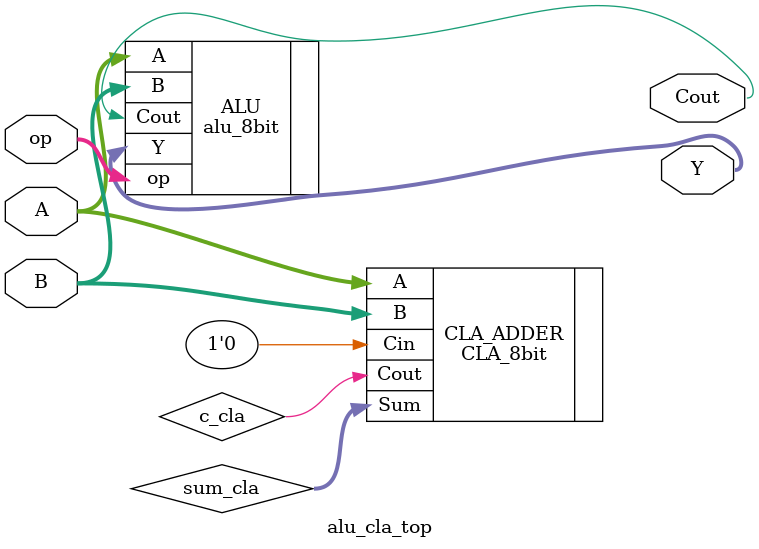
<source format=v>
`timescale 1ns / 1ps


module alu_cla_top(
    input [7:0] A,
    input [7:0] B,
    input [2:0] op,
    output [7:0] Y,
    output Cout
    );
     wire [7:0] sum_cla;
     wire c_cla;
   
       
       CLA_8bit CLA_ADDER (
           .A(A),
           .B(B),
           .Cin(1'b0),
           .Sum(sum_cla),
           .Cout(c_cla)
       );
   
       
       alu_8bit ALU (
           .A(A),
           .B(B),
           .op(op),
           .Y(Y),
           .Cout(Cout)
           
       );

endmodule

</source>
